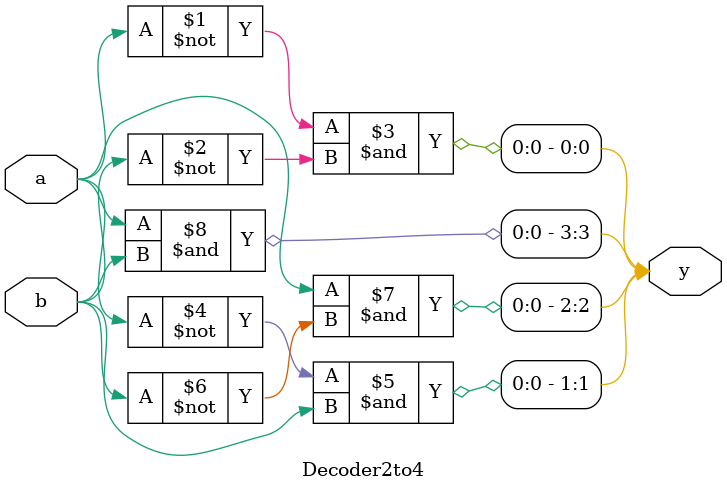
<source format=v>
`timescale 1ns / 1ps
/********************************************************************************************

Filename    :	   Decoder2to4.v  

Description :      Design of 2:4 Decoder using Dataflow model

Author Name :      Lakshmi Ummidi

Version     :      1.0
*********************************************************************************************/
module Decoder2to4(a, b, y);

input a, b;
output [3:0]y;

assign y[0] = ~a & ~b;
assign y[1] = ~a & b;
assign y[2] = a & ~b;
assign y[3] = a & b;
endmodule

</source>
